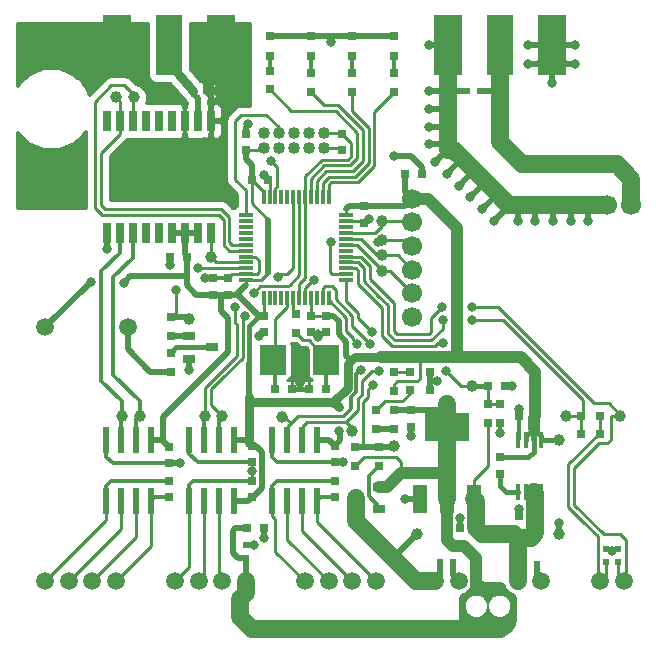
<source format=gtl>
G04 #@! TF.FileFunction,Copper,L1,Top,Signal*
%FSLAX46Y46*%
G04 Gerber Fmt 4.6, Leading zero omitted, Abs format (unit mm)*
G04 Created by KiCad (PCBNEW 0.201505031001+5637~23~ubuntu14.04.1-product) date Mon 29 Jun 2015 01:51:52 BST*
%MOMM*%
G01*
G04 APERTURE LIST*
%ADD10C,0.100000*%
%ADD11R,0.800000X0.700000*%
%ADD12R,0.700000X0.800000*%
%ADD13R,0.800000X0.800000*%
%ADD14R,0.500000X0.600000*%
%ADD15R,0.600000X0.500000*%
%ADD16R,1.300000X2.400000*%
%ADD17R,3.800000X2.400000*%
%ADD18R,0.400000X1.400000*%
%ADD19R,0.600000X2.200000*%
%ADD20C,1.700000*%
%ADD21R,0.700000X1.800000*%
%ADD22R,0.800000X1.800000*%
%ADD23R,0.300000X1.200000*%
%ADD24R,1.200000X0.300000*%
%ADD25C,1.016000*%
%ADD26R,1.000000X0.800000*%
%ADD27C,1.500000*%
%ADD28C,1.000000*%
%ADD29R,2.300000X2.500000*%
%ADD30R,2.286000X5.080000*%
%ADD31R,2.413000X5.080000*%
%ADD32C,0.800000*%
%ADD33C,0.280000*%
%ADD34C,0.300000*%
%ADD35C,0.500000*%
%ADD36C,0.400000*%
%ADD37C,1.500000*%
%ADD38C,0.200000*%
%ADD39C,1.000000*%
%ADD40C,0.800000*%
%ADD41C,0.250000*%
G04 APERTURE END LIST*
D10*
D11*
X92000000Y-159500000D03*
X92000000Y-160900000D03*
X106000000Y-159500000D03*
X106000000Y-160900000D03*
X99000000Y-159500000D03*
X99000000Y-160900000D03*
D12*
X100000000Y-163500000D03*
X98600000Y-163500000D03*
D11*
X92000000Y-158000000D03*
X92000000Y-156600000D03*
X106000000Y-156500000D03*
X106000000Y-157900000D03*
D12*
X123000000Y-162500000D03*
X121600000Y-162500000D03*
X123000000Y-154000000D03*
X121600000Y-154000000D03*
X118000000Y-163500000D03*
X116600000Y-163500000D03*
D11*
X112500000Y-153500000D03*
X112500000Y-154900000D03*
X99000000Y-156500000D03*
X99000000Y-157900000D03*
X120000000Y-157500000D03*
X120000000Y-158900000D03*
D12*
X119000000Y-151500000D03*
X120400000Y-151500000D03*
D11*
X98500000Y-131500000D03*
X98500000Y-130100000D03*
D12*
X112000000Y-133500000D03*
X113400000Y-133500000D03*
D11*
X95750000Y-143750000D03*
X95750000Y-142350000D03*
D12*
X99000000Y-134000000D03*
X100400000Y-134000000D03*
D11*
X100000000Y-145500000D03*
X100000000Y-146900000D03*
X108500000Y-136250000D03*
X108500000Y-137650000D03*
X97000000Y-143750000D03*
X97000000Y-142350000D03*
X105300000Y-145500000D03*
X105300000Y-146900000D03*
X104000000Y-145500000D03*
X104000000Y-146900000D03*
D12*
X93500000Y-140500000D03*
X92100000Y-140500000D03*
D11*
X106600000Y-130100000D03*
X106600000Y-131500000D03*
D12*
X101000000Y-151750000D03*
X102400000Y-151750000D03*
X105250000Y-151750000D03*
X103850000Y-151750000D03*
D13*
X112400000Y-150300000D03*
X114050000Y-150300000D03*
X112400000Y-151800000D03*
X114050000Y-151800000D03*
X111000000Y-123500000D03*
X111000000Y-121850000D03*
X104000000Y-123500000D03*
X104000000Y-121850000D03*
X107500000Y-123500000D03*
X107500000Y-121850000D03*
X100500000Y-123500000D03*
X100500000Y-121850000D03*
D14*
X98500000Y-166000000D03*
X98500000Y-164900000D03*
D15*
X122000000Y-166500000D03*
X123100000Y-166500000D03*
X118300000Y-126500000D03*
X117200000Y-126500000D03*
D14*
X129000000Y-165250000D03*
X129000000Y-166350000D03*
X130000000Y-165250000D03*
X130000000Y-166350000D03*
D16*
X115500000Y-161000000D03*
X113200000Y-161000000D03*
X117800000Y-161000000D03*
D17*
X115500000Y-154900000D03*
D18*
X123500000Y-156000000D03*
X122850000Y-156000000D03*
X122200000Y-156000000D03*
X121550000Y-156000000D03*
X121550000Y-160400000D03*
X122200000Y-160400000D03*
X122850000Y-160400000D03*
X123500000Y-160400000D03*
D19*
X104500000Y-156000000D03*
X103230000Y-156000000D03*
X101960000Y-156000000D03*
X100690000Y-156000000D03*
X100690000Y-161207000D03*
X101960000Y-161207000D03*
X103230000Y-161207000D03*
X104500000Y-161207000D03*
X90500000Y-156000000D03*
X89230000Y-156000000D03*
X87960000Y-156000000D03*
X86690000Y-156000000D03*
X86690000Y-161207000D03*
X87960000Y-161207000D03*
X89230000Y-161207000D03*
X90500000Y-161207000D03*
X97500000Y-156000000D03*
X96230000Y-156000000D03*
X94960000Y-156000000D03*
X93690000Y-156000000D03*
X93690000Y-161207000D03*
X94960000Y-161207000D03*
X96230000Y-161207000D03*
X97500000Y-161207000D03*
D20*
X131100000Y-136100000D03*
X129100000Y-136100000D03*
X112600000Y-135600000D03*
X112600000Y-137600000D03*
X112600000Y-139600000D03*
X112600000Y-141600000D03*
X112600000Y-143600000D03*
X112600000Y-145600000D03*
D21*
X95500000Y-129000000D03*
D22*
X94400000Y-129000000D03*
X93300000Y-129000000D03*
X92200000Y-129000000D03*
X91100000Y-129000000D03*
X90000000Y-129000000D03*
X88900000Y-129000000D03*
X87800000Y-129000000D03*
D21*
X86700000Y-129000000D03*
X95500000Y-138500000D03*
X86700000Y-138500000D03*
D22*
X94400000Y-138500000D03*
X93300000Y-138500000D03*
X92200000Y-138500000D03*
X91100000Y-138500000D03*
X90000000Y-138500000D03*
X88900000Y-138500000D03*
X87800000Y-138500000D03*
D23*
X100000000Y-144000000D03*
X100500000Y-144000000D03*
X101000000Y-144000000D03*
X101500000Y-144000000D03*
X102000000Y-144000000D03*
X102500000Y-144000000D03*
X103000000Y-144000000D03*
X103500000Y-144000000D03*
X104000000Y-144000000D03*
X104500000Y-144000000D03*
X105000000Y-144000000D03*
X105500000Y-144000000D03*
D24*
X107000000Y-142500000D03*
X107000000Y-142000000D03*
X107000000Y-141500000D03*
X107000000Y-141000000D03*
X107000000Y-140500000D03*
X107000000Y-140000000D03*
X107000000Y-139500000D03*
X107000000Y-139000000D03*
X107000000Y-138500000D03*
X107000000Y-138000000D03*
X107000000Y-137500000D03*
X107000000Y-137000000D03*
D23*
X105500000Y-135500000D03*
X105000000Y-135500000D03*
X104500000Y-135500000D03*
X104000000Y-135500000D03*
X103500000Y-135500000D03*
X103000000Y-135500000D03*
X102500000Y-135500000D03*
X102000000Y-135500000D03*
X101500000Y-135500000D03*
X101000000Y-135500000D03*
X100500000Y-135500000D03*
X100000000Y-135500000D03*
D24*
X98500000Y-137000000D03*
X98500000Y-137500000D03*
X98500000Y-138000000D03*
X98500000Y-138500000D03*
X98500000Y-139000000D03*
X98500000Y-139500000D03*
X98500000Y-140000000D03*
X98500000Y-140500000D03*
X98500000Y-141000000D03*
X98500000Y-141500000D03*
X98500000Y-142000000D03*
X98500000Y-142500000D03*
D25*
X100000000Y-131270000D03*
X100000000Y-130000000D03*
X101270000Y-131270000D03*
X101270000Y-130000000D03*
X102540000Y-131270000D03*
X102540000Y-130000000D03*
X103810000Y-131270000D03*
X103810000Y-130000000D03*
X105080000Y-131270000D03*
X105080000Y-130000000D03*
D26*
X109800000Y-161900000D03*
X109800000Y-160000000D03*
X107800000Y-160950000D03*
X93650000Y-147250000D03*
X93650000Y-149150000D03*
X95650000Y-148200000D03*
D13*
X119000000Y-153000000D03*
X119000000Y-154600000D03*
X120000000Y-153000000D03*
X120000000Y-154600000D03*
X107750000Y-158250000D03*
X107750000Y-156650000D03*
X128500000Y-155500000D03*
X126900000Y-155500000D03*
X128500000Y-154000000D03*
X126900000Y-154000000D03*
X92150000Y-150250000D03*
X92150000Y-148650000D03*
X109500000Y-153500000D03*
X109500000Y-155100000D03*
X111000000Y-150250000D03*
X111000000Y-151850000D03*
X111000000Y-153500000D03*
X111000000Y-155100000D03*
X111000000Y-125000000D03*
X111000000Y-126600000D03*
X104000000Y-125000000D03*
X104000000Y-126600000D03*
X107500000Y-125000000D03*
X107500000Y-126600000D03*
X100500000Y-124750000D03*
X100500000Y-126350000D03*
X102700000Y-147000000D03*
X102700000Y-145400000D03*
X92150000Y-147250000D03*
X92150000Y-145650000D03*
D27*
X81500000Y-146500000D03*
X88500000Y-146500000D03*
D28*
X125000000Y-156000000D03*
X115500000Y-153000000D03*
X89500000Y-154000000D03*
X88000000Y-154000000D03*
X120000000Y-164000000D03*
X125000000Y-164000000D03*
X117650000Y-151500000D03*
X95000000Y-154000000D03*
X96500000Y-154000000D03*
X101550000Y-154050000D03*
X107500000Y-155250000D03*
X125600000Y-154000000D03*
X95500000Y-140500000D03*
X87500000Y-127000000D03*
X89000000Y-127000000D03*
X110000000Y-137500000D03*
X110000000Y-139100000D03*
X110000000Y-140400000D03*
X110000000Y-141700000D03*
X130200000Y-154000000D03*
X111000000Y-156500000D03*
X93650000Y-145750000D03*
D29*
X100800000Y-149250000D03*
X105300000Y-149250000D03*
D27*
X98500000Y-168000000D03*
X96500000Y-168000000D03*
X94500000Y-168000000D03*
X92500000Y-168000000D03*
X87500000Y-168000000D03*
X85500000Y-168000000D03*
X83500000Y-168000000D03*
X81500000Y-168000000D03*
X109500000Y-168000000D03*
X107500000Y-168000000D03*
X105500000Y-168000000D03*
X103500000Y-168000000D03*
X116500000Y-168000000D03*
X114500000Y-168000000D03*
X130500000Y-168000000D03*
X128500000Y-168000000D03*
X123500000Y-168000000D03*
X121500000Y-168000000D03*
D15*
X94000000Y-126500000D03*
X95100000Y-126500000D03*
D13*
X109750000Y-158250000D03*
X109750000Y-156650000D03*
D28*
X113000000Y-164000000D03*
D15*
X116000000Y-166400000D03*
X114900000Y-166400000D03*
D30*
X120000000Y-122600000D03*
D31*
X115618500Y-122600000D03*
X124381500Y-122600000D03*
D30*
X92000000Y-122600000D03*
D31*
X87618500Y-122600000D03*
X96381500Y-122600000D03*
D32*
X93650000Y-150100000D03*
X99000000Y-158650000D03*
X95000000Y-142350000D03*
X92100000Y-141200000D03*
X105700000Y-122300000D03*
X124400000Y-125800000D03*
X126400000Y-122600000D03*
X122400000Y-122600000D03*
X100000000Y-133600000D03*
X108900000Y-137300000D03*
X121600000Y-153400000D03*
X121000000Y-151500000D03*
X120000000Y-155400000D03*
X121600000Y-161900000D03*
X125000000Y-163100000D03*
X129500000Y-165450000D03*
X99200000Y-164900000D03*
X100000000Y-164300000D03*
X106700000Y-157900000D03*
X99600000Y-147200000D03*
X104600000Y-147300000D03*
X104300000Y-142500000D03*
X114700000Y-151000000D03*
X112500000Y-155700000D03*
X112000000Y-161000000D03*
X116625000Y-162675000D03*
X92900000Y-158000000D03*
X84000000Y-122000000D03*
X82000000Y-122000000D03*
X80000000Y-122000000D03*
X80000000Y-124000000D03*
X82000000Y-124000000D03*
X84000000Y-124000000D03*
X97000000Y-127000000D03*
X98000000Y-127000000D03*
X92000000Y-127000000D03*
X91000000Y-127000000D03*
X96000000Y-131000000D03*
X94000000Y-131000000D03*
X92000000Y-131000000D03*
X90000000Y-131000000D03*
X88000000Y-132000000D03*
X88000000Y-134000000D03*
X90000000Y-135000000D03*
X92000000Y-135000000D03*
X94000000Y-135000000D03*
X96000000Y-135000000D03*
X96000000Y-133000000D03*
X94000000Y-133000000D03*
X92000000Y-133000000D03*
X90000000Y-133000000D03*
X84000000Y-136000000D03*
X82000000Y-136000000D03*
X80000000Y-136000000D03*
X80000000Y-134000000D03*
X82000000Y-134000000D03*
X84000000Y-134000000D03*
X84000000Y-132000000D03*
X82000000Y-132000000D03*
X80000000Y-132000000D03*
X86700000Y-139900000D03*
X85600000Y-122600000D03*
X114000000Y-122600000D03*
X114000000Y-126500000D03*
X114000000Y-128000000D03*
X114000000Y-129500000D03*
X114000000Y-131000000D03*
X114500000Y-132500000D03*
X115500000Y-133500000D03*
X116500000Y-134500000D03*
X117500000Y-135500000D03*
X118500000Y-136500000D03*
X119500000Y-137500000D03*
X121500000Y-137500000D03*
X123000000Y-137500000D03*
X124500000Y-137500000D03*
X126000000Y-137500000D03*
X127500000Y-137500000D03*
X111000000Y-132000000D03*
X98700000Y-129300000D03*
X89750000Y-123000000D03*
X89800000Y-121600000D03*
X94250000Y-121750000D03*
X94250000Y-123000000D03*
X94250000Y-124250000D03*
X90000000Y-126000000D03*
X89800000Y-124600000D03*
X96000000Y-126500000D03*
X103000000Y-148400000D03*
X103100000Y-151200000D03*
X122400000Y-124200000D03*
X126400000Y-124200000D03*
X98600000Y-125000000D03*
X98500000Y-123000000D03*
X85350000Y-142650000D03*
X88150000Y-142700000D03*
X106350000Y-155300000D03*
X106350000Y-153250000D03*
X115200000Y-147800000D03*
X115400000Y-150200000D03*
X115100000Y-144800000D03*
X117600000Y-144800000D03*
X109200000Y-146900000D03*
X109800000Y-150150000D03*
X108200000Y-150100000D03*
X107900000Y-147900000D03*
X101200000Y-142200000D03*
X98400000Y-145550000D03*
X99150000Y-143550000D03*
X97600000Y-144800000D03*
X109700000Y-139300000D03*
X105700000Y-139300000D03*
X117600000Y-145900000D03*
X115200000Y-145900000D03*
X109000000Y-147900000D03*
X109250000Y-151350000D03*
X100600000Y-132400000D03*
X92600000Y-143300000D03*
X94400000Y-141500000D03*
D33*
X86690000Y-161207000D02*
X86690000Y-162810000D01*
X86690000Y-162810000D02*
X81500000Y-168000000D01*
D34*
X87100000Y-159500000D02*
X86690000Y-159910000D01*
X86690000Y-159910000D02*
X86690000Y-161207000D01*
X92000000Y-159500000D02*
X87100000Y-159500000D01*
D33*
X90500000Y-161207000D02*
X90500000Y-165000000D01*
X90500000Y-165000000D02*
X87500000Y-168000000D01*
D34*
X90807000Y-160900000D02*
X90500000Y-161207000D01*
X92000000Y-160900000D02*
X90807000Y-160900000D01*
D33*
X100690000Y-161207000D02*
X100690000Y-162440000D01*
X101000000Y-165500000D02*
X103500000Y-168000000D01*
X101000000Y-162750000D02*
X101000000Y-165500000D01*
X100690000Y-162440000D02*
X101000000Y-162750000D01*
D34*
X101100000Y-159500000D02*
X100690000Y-159910000D01*
X100690000Y-159910000D02*
X100690000Y-161207000D01*
X106000000Y-159500000D02*
X101100000Y-159500000D01*
D33*
X104500000Y-161207000D02*
X104500000Y-163000000D01*
X104500000Y-163000000D02*
X109500000Y-168000000D01*
D34*
X104807000Y-160900000D02*
X104500000Y-161207000D01*
X106000000Y-160900000D02*
X104807000Y-160900000D01*
X109400000Y-167900000D02*
X109500000Y-168000000D01*
D33*
X93690000Y-161207000D02*
X93690000Y-166810000D01*
X93690000Y-166810000D02*
X92500000Y-168000000D01*
D35*
X93650000Y-149150000D02*
X93650000Y-150100000D01*
D33*
X99000000Y-157900000D02*
X99000000Y-158650000D01*
X99000000Y-158650000D02*
X99000000Y-159500000D01*
X98500000Y-140500000D02*
X99300000Y-140500000D01*
X99400000Y-142000000D02*
X99600000Y-141800000D01*
X99600000Y-141800000D02*
X99600000Y-141000000D01*
X99400000Y-142000000D02*
X98500000Y-142000000D01*
X99600000Y-140800000D02*
X99600000Y-141000000D01*
X99300000Y-140500000D02*
X99600000Y-140800000D01*
D36*
X95750000Y-142350000D02*
X95000000Y-142350000D01*
D34*
X94000000Y-159500000D02*
X93690000Y-159810000D01*
X99000000Y-159500000D02*
X94000000Y-159500000D01*
X93690000Y-159810000D02*
X93690000Y-161207000D01*
X87250000Y-158000000D02*
X86690000Y-157440000D01*
X86690000Y-157440000D02*
X86690000Y-156000000D01*
X92000000Y-158000000D02*
X87250000Y-158000000D01*
X94400000Y-157900000D02*
X93690000Y-157190000D01*
X93690000Y-157190000D02*
X93690000Y-156000000D01*
X99000000Y-157900000D02*
X94400000Y-157900000D01*
X101150000Y-157900000D02*
X100690000Y-157440000D01*
X100690000Y-157440000D02*
X100690000Y-156000000D01*
X106000000Y-157900000D02*
X101150000Y-157900000D01*
X103100000Y-151750000D02*
X103850000Y-151750000D01*
X102400000Y-151750000D02*
X103100000Y-151750000D01*
X97000000Y-142350000D02*
X95750000Y-142350000D01*
X129500000Y-165250000D02*
X130000000Y-165250000D01*
X129000000Y-165250000D02*
X129500000Y-165250000D01*
D33*
X104600000Y-146900000D02*
X105300000Y-146900000D01*
X104000000Y-146900000D02*
X104600000Y-146900000D01*
X97350000Y-142000000D02*
X97000000Y-142350000D01*
X98500000Y-142000000D02*
X97350000Y-142000000D01*
D35*
X95500000Y-126900000D02*
X95100000Y-126500000D01*
X95500000Y-129000000D02*
X95500000Y-127000000D01*
D33*
X95500000Y-127000000D02*
X95500000Y-126900000D01*
D35*
X95500000Y-126200000D02*
X95500000Y-123481500D01*
X95500000Y-127000000D02*
X95500000Y-126200000D01*
D33*
X95500000Y-123481500D02*
X96381500Y-122600000D01*
D35*
X95200000Y-126500000D02*
X95500000Y-126200000D01*
X95100000Y-126500000D02*
X95200000Y-126500000D01*
D33*
X106370000Y-131270000D02*
X106600000Y-131500000D01*
X105080000Y-131270000D02*
X106370000Y-131270000D01*
X100500000Y-134100000D02*
X100400000Y-134000000D01*
X100500000Y-135500000D02*
X100500000Y-134100000D01*
X108350000Y-137500000D02*
X108500000Y-137650000D01*
X107000000Y-137500000D02*
X108350000Y-137500000D01*
D37*
X116800000Y-132200000D02*
X115618500Y-131018500D01*
X117800000Y-133200000D02*
X116800000Y-132200000D01*
X118800000Y-134200000D02*
X117800000Y-133200000D01*
X119800000Y-135200000D02*
X118800000Y-134200000D01*
X120700000Y-136100000D02*
X119800000Y-135200000D01*
X115618500Y-126500000D02*
X115618500Y-122600000D01*
X115618500Y-128000000D02*
X115618500Y-126500000D01*
X115618500Y-129500000D02*
X115618500Y-128000000D01*
X115618500Y-131000000D02*
X115618500Y-129500000D01*
X115618500Y-131450000D02*
X115618500Y-131000000D01*
X115618500Y-131018500D02*
X115618500Y-131450000D01*
X121500000Y-136100000D02*
X120700000Y-136100000D01*
X123000000Y-136100000D02*
X121500000Y-136100000D01*
X124500000Y-136100000D02*
X123000000Y-136100000D01*
X126000000Y-136100000D02*
X124500000Y-136100000D01*
X127500000Y-136100000D02*
X126000000Y-136100000D01*
X129100000Y-136100000D02*
X127500000Y-136100000D01*
D35*
X116000000Y-126500000D02*
X115618500Y-126500000D01*
X115618500Y-126500000D02*
X116000000Y-126500000D01*
X117200000Y-126500000D02*
X115618500Y-126500000D01*
X116000000Y-167500000D02*
X116500000Y-168000000D01*
X116000000Y-166400000D02*
X116000000Y-167500000D01*
X123100000Y-167600000D02*
X123500000Y-168000000D01*
X123100000Y-166500000D02*
X123100000Y-167600000D01*
X114050000Y-151000000D02*
X114050000Y-151800000D01*
X114050000Y-150300000D02*
X114050000Y-151000000D01*
X92100000Y-140500000D02*
X92100000Y-141200000D01*
X100500000Y-121850000D02*
X104000000Y-121850000D01*
X105700000Y-121850000D02*
X107500000Y-121850000D01*
X104000000Y-121850000D02*
X105700000Y-121850000D01*
X107500000Y-121850000D02*
X111000000Y-121850000D01*
X105700000Y-121850000D02*
X105700000Y-122300000D01*
X124381500Y-125781500D02*
X124400000Y-125800000D01*
X124381500Y-122600000D02*
X124381500Y-125781500D01*
X124381500Y-122600000D02*
X126400000Y-122600000D01*
X124381500Y-122600000D02*
X122400000Y-122600000D01*
X100400000Y-134000000D02*
X100000000Y-133600000D01*
X108550000Y-137650000D02*
X108900000Y-137300000D01*
X108500000Y-137650000D02*
X108550000Y-137650000D01*
D34*
X121600000Y-155950000D02*
X121550000Y-156000000D01*
X121600000Y-154000000D02*
X121600000Y-155950000D01*
X121600000Y-154000000D02*
X121600000Y-153400000D01*
X120400000Y-151500000D02*
X121000000Y-151500000D01*
X120000000Y-154600000D02*
X120000000Y-155400000D01*
D35*
X121600000Y-162500000D02*
X121600000Y-161900000D01*
X125000000Y-164000000D02*
X125000000Y-163100000D01*
X129500000Y-165250000D02*
X129500000Y-165450000D01*
X98500000Y-164900000D02*
X99200000Y-164900000D01*
X100000000Y-163500000D02*
X100000000Y-164300000D01*
X106000000Y-157900000D02*
X106700000Y-157900000D01*
X99900000Y-146900000D02*
X99600000Y-147200000D01*
X100000000Y-146900000D02*
X99900000Y-146900000D01*
X104600000Y-146900000D02*
X104600000Y-147300000D01*
D33*
X103500000Y-143200000D02*
X104200000Y-142500000D01*
X104200000Y-142500000D02*
X104300000Y-142500000D01*
X103500000Y-144000000D02*
X103500000Y-143200000D01*
D35*
X114050000Y-151000000D02*
X114700000Y-151000000D01*
X112500000Y-154900000D02*
X112500000Y-155700000D01*
X113200000Y-161000000D02*
X112000000Y-161000000D01*
X116600000Y-162700000D02*
X116625000Y-162675000D01*
X116600000Y-163500000D02*
X116600000Y-162700000D01*
X92000000Y-158000000D02*
X92900000Y-158000000D01*
D38*
X84000000Y-122000000D02*
X82000000Y-122000000D01*
X80000000Y-122000000D02*
X80000000Y-124000000D01*
X82000000Y-124000000D02*
X84000000Y-124000000D01*
X97000000Y-127000000D02*
X98000000Y-127000000D01*
X91000000Y-127000000D02*
X92000000Y-127000000D01*
X95500000Y-130500000D02*
X96000000Y-131000000D01*
X94000000Y-131000000D02*
X92000000Y-131000000D01*
X90000000Y-131000000D02*
X89000000Y-132000000D01*
X89000000Y-132000000D02*
X88000000Y-132000000D01*
X88000000Y-134000000D02*
X89000000Y-135000000D01*
X89000000Y-135000000D02*
X90000000Y-135000000D01*
X92000000Y-135000000D02*
X94000000Y-135000000D01*
X96000000Y-135000000D02*
X96000000Y-133000000D01*
X94000000Y-133000000D02*
X92000000Y-133000000D01*
X95500000Y-129000000D02*
X95500000Y-130500000D01*
X84000000Y-136000000D02*
X82000000Y-136000000D01*
X80000000Y-136000000D02*
X80000000Y-134000000D01*
X82000000Y-134000000D02*
X84000000Y-134000000D01*
X84000000Y-132000000D02*
X82000000Y-132000000D01*
D35*
X86700000Y-138500000D02*
X86700000Y-139900000D01*
D38*
X87618500Y-122600000D02*
X85600000Y-122600000D01*
D35*
X115618500Y-122600000D02*
X114000000Y-122600000D01*
X115618500Y-126500000D02*
X114000000Y-126500000D01*
X115618500Y-128000000D02*
X114000000Y-128000000D01*
X115618500Y-129500000D02*
X114000000Y-129500000D01*
X115618500Y-131000000D02*
X114000000Y-131000000D01*
X115550000Y-131450000D02*
X114500000Y-132500000D01*
X115618500Y-131450000D02*
X115550000Y-131450000D01*
X116800000Y-132200000D02*
X115500000Y-133500000D01*
X117800000Y-133200000D02*
X116500000Y-134500000D01*
X118800000Y-134200000D02*
X117500000Y-135500000D01*
X119800000Y-135200000D02*
X118500000Y-136500000D01*
X120700000Y-136300000D02*
X119500000Y-137500000D01*
X120700000Y-136100000D02*
X120700000Y-136300000D01*
X121500000Y-136100000D02*
X121500000Y-137500000D01*
X123000000Y-136100000D02*
X123000000Y-137500000D01*
X124500000Y-136100000D02*
X124500000Y-137500000D01*
X126000000Y-136100000D02*
X126000000Y-137500000D01*
X127500000Y-136100000D02*
X127500000Y-137500000D01*
X113400000Y-132900000D02*
X112500000Y-132000000D01*
X112500000Y-132000000D02*
X111000000Y-132000000D01*
X113400000Y-133500000D02*
X113400000Y-132900000D01*
X98500000Y-129500000D02*
X98700000Y-129300000D01*
X98500000Y-130100000D02*
X98500000Y-129500000D01*
X87618500Y-122600000D02*
X89750000Y-123000000D01*
X88500000Y-122600000D02*
X89800000Y-121600000D01*
X87618500Y-122600000D02*
X88500000Y-122600000D01*
X95500000Y-122600000D02*
X94250000Y-121750000D01*
X96381500Y-122600000D02*
X94250000Y-123000000D01*
X95500000Y-122600000D02*
X94250000Y-124250000D01*
X96381500Y-122600000D02*
X95500000Y-122600000D01*
X89750000Y-125750000D02*
X90000000Y-126000000D01*
X88500000Y-122600000D02*
X89800000Y-124600000D01*
X89800000Y-124600000D02*
X89750000Y-125750000D01*
X96381500Y-126118500D02*
X96000000Y-126500000D01*
X96381500Y-122600000D02*
X96381500Y-126118500D01*
X124381500Y-122600000D02*
X124381500Y-123218500D01*
X124381500Y-122600000D02*
X124381500Y-123231500D01*
D33*
X103100000Y-148500000D02*
X103000000Y-148400000D01*
D35*
X103100000Y-151750000D02*
X103100000Y-151200000D01*
D33*
X103100000Y-151200000D02*
X103100000Y-148500000D01*
D35*
X123200000Y-124200000D02*
X122400000Y-124200000D01*
X124381500Y-123018500D02*
X123200000Y-124200000D01*
X124381500Y-122600000D02*
X124381500Y-123018500D01*
X125600000Y-124200000D02*
X126400000Y-124200000D01*
X124381500Y-122981500D02*
X125600000Y-124200000D01*
X124381500Y-122600000D02*
X124381500Y-122981500D01*
X98500000Y-124900000D02*
X98600000Y-125000000D01*
D38*
X96381500Y-122600000D02*
X98500000Y-123000000D01*
D35*
X98500000Y-123000000D02*
X98500000Y-124900000D01*
D33*
X111000000Y-151850000D02*
X111000000Y-151350000D01*
X113200000Y-150850000D02*
X113200000Y-149000000D01*
X113000000Y-151050000D02*
X113200000Y-150850000D01*
X111300000Y-151050000D02*
X113000000Y-151050000D01*
X111000000Y-151350000D02*
X111300000Y-151050000D01*
D35*
X96400000Y-143750000D02*
X96400000Y-145100000D01*
X91500000Y-154050000D02*
X91500000Y-156100000D01*
X97000000Y-148550000D02*
X91500000Y-154050000D01*
X97000000Y-145700000D02*
X97000000Y-148550000D01*
X96400000Y-145100000D02*
X97000000Y-145700000D01*
X99000000Y-160900000D02*
X99100000Y-160900000D01*
X99100000Y-160900000D02*
X99900000Y-160100000D01*
X99900000Y-157050000D02*
X99350000Y-156500000D01*
X99900000Y-160100000D02*
X99900000Y-157050000D01*
X99350000Y-156500000D02*
X99000000Y-156500000D01*
D39*
X112600000Y-135600000D02*
X113900000Y-135600000D01*
X116400000Y-138100000D02*
X116400000Y-149000000D01*
X113900000Y-135600000D02*
X116400000Y-138100000D01*
X116400000Y-149000000D02*
X121750000Y-149000000D01*
X123000000Y-150250000D02*
X123000000Y-154000000D01*
X121750000Y-149000000D02*
X123000000Y-150250000D01*
D35*
X112600000Y-135600000D02*
X113200000Y-135600000D01*
D36*
X98750000Y-147950000D02*
X98750000Y-149500000D01*
D35*
X98750000Y-149500000D02*
X98750000Y-152400000D01*
D36*
X98750000Y-146350000D02*
X98750000Y-147950000D01*
X99600000Y-145500000D02*
X98750000Y-146350000D01*
X98750000Y-147950000D02*
X98750000Y-148000000D01*
D35*
X93500000Y-142150000D02*
X88700000Y-142150000D01*
X85350000Y-142650000D02*
X81500000Y-146500000D01*
X88700000Y-142150000D02*
X88150000Y-142700000D01*
X97000000Y-143750000D02*
X97850000Y-143750000D01*
X97850000Y-143750000D02*
X99600000Y-145500000D01*
X99600000Y-145500000D02*
X100000000Y-145500000D01*
X93500000Y-140500000D02*
X93500000Y-142150000D01*
X93500000Y-142150000D02*
X93500000Y-142950000D01*
X94300000Y-143750000D02*
X95750000Y-143750000D01*
X93500000Y-142950000D02*
X94300000Y-143750000D01*
D36*
X100000000Y-145500000D02*
X99600000Y-145500000D01*
D40*
X98750000Y-152800000D02*
X98750000Y-153050000D01*
X98750000Y-152400000D02*
X98750000Y-152800000D01*
X98750000Y-153050000D02*
X98750000Y-156250000D01*
D35*
X98750000Y-156250000D02*
X99000000Y-156500000D01*
X99000000Y-132750000D02*
X99000000Y-134000000D01*
X98975000Y-132725000D02*
X99000000Y-132750000D01*
X98500000Y-131500000D02*
X98500000Y-132250000D01*
X98500000Y-132250000D02*
X98725000Y-132475000D01*
X98725000Y-132475000D02*
X98975000Y-132725000D01*
X108500000Y-136250000D02*
X111950000Y-136250000D01*
X111950000Y-136250000D02*
X112600000Y-135600000D01*
X112850000Y-135600000D02*
X112600000Y-135600000D01*
X98693000Y-161207000D02*
X99000000Y-160900000D01*
X97500000Y-161207000D02*
X98693000Y-161207000D01*
X91400000Y-156000000D02*
X91500000Y-156100000D01*
X90500000Y-156000000D02*
X91400000Y-156000000D01*
X91500000Y-156100000D02*
X92000000Y-156600000D01*
X98500000Y-156000000D02*
X99000000Y-156500000D01*
X97500000Y-156000000D02*
X98500000Y-156000000D01*
X112000000Y-135000000D02*
X112600000Y-135600000D01*
X112000000Y-133500000D02*
X112000000Y-135000000D01*
D33*
X100000000Y-144000000D02*
X100000000Y-145500000D01*
X104000000Y-144000000D02*
X104000000Y-145500000D01*
X104000000Y-145500000D02*
X105300000Y-145500000D01*
D35*
X95750000Y-143750000D02*
X96400000Y-143750000D01*
X96400000Y-143750000D02*
X97000000Y-143750000D01*
X97650000Y-143750000D02*
X98500000Y-142900000D01*
D33*
X97000000Y-143750000D02*
X97650000Y-143750000D01*
X98500000Y-142900000D02*
X98500000Y-142500000D01*
X99770000Y-131500000D02*
X100000000Y-131270000D01*
X98500000Y-131500000D02*
X99770000Y-131500000D01*
X99000000Y-135000000D02*
X99000000Y-134000000D01*
X99000000Y-135200000D02*
X99000000Y-135000000D01*
D35*
X107000000Y-136500000D02*
X107250000Y-136250000D01*
X107250000Y-136250000D02*
X108500000Y-136250000D01*
D33*
X107000000Y-137000000D02*
X107000000Y-136500000D01*
D35*
X92200000Y-138500000D02*
X93300000Y-138500000D01*
X93300000Y-138500000D02*
X94400000Y-138500000D01*
X93300000Y-140300000D02*
X93500000Y-140500000D01*
X93300000Y-138500000D02*
X93300000Y-140300000D01*
X122850000Y-154150000D02*
X123000000Y-154000000D01*
D39*
X122850000Y-155050000D02*
X122850000Y-154150000D01*
D35*
X122850000Y-156000000D02*
X122850000Y-155050000D01*
D36*
X123500000Y-156000000D02*
X125000000Y-156000000D01*
X123500000Y-155700000D02*
X122850000Y-155050000D01*
X123500000Y-156000000D02*
X123500000Y-155700000D01*
X122200000Y-155700000D02*
X122850000Y-155050000D01*
X122200000Y-156000000D02*
X122200000Y-155700000D01*
X122400000Y-157500000D02*
X122850000Y-157050000D01*
X122850000Y-157050000D02*
X122850000Y-156000000D01*
X120000000Y-157500000D02*
X122400000Y-157500000D01*
D35*
X105500000Y-156000000D02*
X106000000Y-156500000D01*
X104500000Y-156000000D02*
X105500000Y-156000000D01*
X106450000Y-156050000D02*
X106450000Y-155400000D01*
X106450000Y-155400000D02*
X106350000Y-155300000D01*
X106000000Y-156500000D02*
X106450000Y-156050000D01*
D40*
X105900000Y-152800000D02*
X106350000Y-153250000D01*
X98750000Y-152800000D02*
X105900000Y-152800000D01*
D33*
X99500000Y-142500000D02*
X99578826Y-142500000D01*
X98500000Y-142500000D02*
X99500000Y-142500000D01*
X100000000Y-135000000D02*
X99000000Y-134000000D01*
X100000000Y-135500000D02*
X100000000Y-135000000D01*
X99800000Y-142500000D02*
X99500000Y-142500000D01*
D35*
X100400000Y-141678826D02*
X100400000Y-141900000D01*
D33*
X99000000Y-136000000D02*
X99000000Y-135500000D01*
X99000000Y-135000000D02*
X99000000Y-135500000D01*
X100400000Y-137400000D02*
X99000000Y-136000000D01*
D35*
X100400000Y-141678826D02*
X100400000Y-137400000D01*
D33*
X99800000Y-142500000D02*
X100400000Y-141900000D01*
D40*
X107100000Y-149600000D02*
X107100000Y-151600000D01*
X107400000Y-149300000D02*
X107100000Y-149600000D01*
X107100000Y-151600000D02*
X105900000Y-152800000D01*
D39*
X110250000Y-149000000D02*
X109900000Y-149000000D01*
X116400000Y-149000000D02*
X113200000Y-149000000D01*
X113200000Y-149000000D02*
X110250000Y-149000000D01*
D40*
X107700000Y-149000000D02*
X107400000Y-149300000D01*
X109400000Y-149000000D02*
X107700000Y-149000000D01*
X109900000Y-149000000D02*
X109400000Y-149000000D01*
D35*
X105900000Y-145500000D02*
X106400000Y-146000000D01*
X106400000Y-146000000D02*
X106400000Y-147100000D01*
X106400000Y-147100000D02*
X107000000Y-147700000D01*
X107000000Y-147700000D02*
X107000000Y-148900000D01*
X107000000Y-148900000D02*
X107400000Y-149300000D01*
X105300000Y-145500000D02*
X105900000Y-145500000D01*
D33*
X110250000Y-149250000D02*
X110250000Y-149000000D01*
X110250000Y-149000000D02*
X110250000Y-149250000D01*
D37*
X115500000Y-158800000D02*
X115500000Y-154900000D01*
X115500000Y-161000000D02*
X115500000Y-158800000D01*
X115500000Y-153000000D02*
X115500000Y-154900000D01*
D35*
X98500000Y-166000000D02*
X98500000Y-168000000D01*
X115000000Y-153500000D02*
X115500000Y-153000000D01*
X112500000Y-153500000D02*
X115000000Y-153500000D01*
D39*
X110400000Y-160000000D02*
X111600000Y-158800000D01*
X111600000Y-158800000D02*
X115500000Y-158800000D01*
X109800000Y-160000000D02*
X110400000Y-160000000D01*
D33*
X108500000Y-157500000D02*
X109900000Y-157500000D01*
X109900000Y-157500000D02*
X111200000Y-157500000D01*
X111200000Y-157500000D02*
X111600000Y-157900000D01*
X111600000Y-157900000D02*
X111600000Y-158800000D01*
X107750000Y-158250000D02*
X108500000Y-157500000D01*
D35*
X97600000Y-163500000D02*
X97400000Y-163700000D01*
X97400000Y-163700000D02*
X97400000Y-165600000D01*
X97400000Y-165600000D02*
X97800000Y-166000000D01*
X97800000Y-166000000D02*
X98500000Y-166000000D01*
X98600000Y-163500000D02*
X97600000Y-163500000D01*
D39*
X118000000Y-168500000D02*
X118500000Y-168500000D01*
X115500000Y-164500000D02*
X116000000Y-165000000D01*
X116000000Y-165000000D02*
X117000000Y-165000000D01*
X117000000Y-165000000D02*
X118000000Y-166000000D01*
X118000000Y-166000000D02*
X118000000Y-168500000D01*
X115500000Y-164500000D02*
X115500000Y-161000000D01*
X118500000Y-168500000D02*
X119000000Y-169000000D01*
D37*
X98500000Y-169000000D02*
X98000000Y-169500000D01*
X98000000Y-169500000D02*
X98000000Y-171000000D01*
X98000000Y-171000000D02*
X99000000Y-172000000D01*
X99000000Y-172000000D02*
X107500000Y-172000000D01*
X98500000Y-169000000D02*
X98500000Y-168000000D01*
X118750000Y-172000000D02*
X107500000Y-172000000D01*
X120000000Y-172000000D02*
X118750000Y-172000000D01*
D34*
X117750000Y-168500000D02*
X117000000Y-169250000D01*
X117000000Y-169250000D02*
X117000000Y-170750000D01*
X117000000Y-170750000D02*
X117000000Y-171000000D01*
X117000000Y-171000000D02*
X118000000Y-172000000D01*
X118000000Y-172000000D02*
X118750000Y-172000000D01*
X118000000Y-168500000D02*
X117750000Y-168500000D01*
D35*
X111000000Y-153500000D02*
X112500000Y-153500000D01*
D37*
X122600000Y-164300000D02*
X123000000Y-163900000D01*
X123000000Y-163900000D02*
X123000000Y-162500000D01*
X121500000Y-168000000D02*
X121500000Y-164300000D01*
X121500000Y-164300000D02*
X122600000Y-164300000D01*
X123000000Y-161750000D02*
X123000000Y-160550000D01*
X123000000Y-162500000D02*
X123000000Y-161750000D01*
X123000000Y-160550000D02*
X122850000Y-160400000D01*
D35*
X121200000Y-164000000D02*
X121500000Y-164300000D01*
D37*
X120000000Y-164000000D02*
X121200000Y-164000000D01*
D33*
X119000000Y-158200000D02*
X117800000Y-159400000D01*
X117800000Y-159400000D02*
X117800000Y-161000000D01*
X119000000Y-154600000D02*
X119000000Y-158200000D01*
D35*
X122000000Y-167500000D02*
X121500000Y-168000000D01*
X122000000Y-166500000D02*
X122000000Y-167500000D01*
D37*
X118500000Y-164000000D02*
X118000000Y-163500000D01*
X120000000Y-164000000D02*
X118500000Y-164000000D01*
X118000000Y-161200000D02*
X117800000Y-161000000D01*
X118000000Y-163500000D02*
X118000000Y-161200000D01*
D34*
X122200000Y-160950000D02*
X123000000Y-161750000D01*
X122200000Y-160400000D02*
X122200000Y-160950000D01*
X123500000Y-161250000D02*
X123000000Y-161750000D01*
X123500000Y-160400000D02*
X123500000Y-161250000D01*
D36*
X120500000Y-160400000D02*
X120000000Y-159900000D01*
X120000000Y-159900000D02*
X120000000Y-158900000D01*
X121550000Y-160400000D02*
X120500000Y-160400000D01*
X117650000Y-151500000D02*
X119000000Y-151500000D01*
D33*
X119000000Y-151500000D02*
X119000000Y-153000000D01*
X119000000Y-153000000D02*
X120000000Y-153000000D01*
X114759998Y-147800000D02*
X114479996Y-148080002D01*
X114479996Y-148080002D02*
X110880002Y-148080002D01*
X110880002Y-148080002D02*
X110039996Y-147239996D01*
X110039996Y-147239996D02*
X110039996Y-144839996D01*
X110039996Y-144839996D02*
X109339996Y-144139996D01*
X115400000Y-150200000D02*
X116700000Y-151500000D01*
X116700000Y-151500000D02*
X117650000Y-151500000D01*
X108000000Y-142800000D02*
X109339996Y-144139996D01*
X107000000Y-141500000D02*
X107800000Y-141500000D01*
X107800000Y-141500000D02*
X108000000Y-141700000D01*
X108000000Y-141700000D02*
X108000000Y-142800000D01*
X115200000Y-147800000D02*
X114759998Y-147800000D01*
X106500000Y-130000000D02*
X106600000Y-130100000D01*
X105080000Y-130000000D02*
X106500000Y-130000000D01*
X103500000Y-142300000D02*
X103480002Y-142319998D01*
X103000000Y-142800000D02*
X103480002Y-142319998D01*
X103000000Y-142800000D02*
X103000000Y-144000000D01*
X103500000Y-135500000D02*
X103500000Y-142300000D01*
X103500000Y-133700000D02*
X104900000Y-132300000D01*
X107400000Y-130900000D02*
X106600000Y-130100000D01*
X107400000Y-132000000D02*
X107400000Y-130900000D01*
X107100000Y-132300000D02*
X107400000Y-132000000D01*
X104900000Y-132300000D02*
X107100000Y-132300000D01*
X103500000Y-135500000D02*
X103500000Y-133700000D01*
D34*
X101000000Y-151750000D02*
X101000000Y-149250000D01*
D33*
X102000000Y-144800000D02*
X101000000Y-145800000D01*
X101000000Y-145800000D02*
X101000000Y-149250000D01*
X102000000Y-144000000D02*
X102000000Y-144800000D01*
D34*
X105250000Y-149400000D02*
X105100000Y-149250000D01*
X105250000Y-151750000D02*
X105250000Y-149400000D01*
D33*
X103800000Y-147600000D02*
X103300000Y-147600000D01*
X103300000Y-147600000D02*
X102700000Y-147000000D01*
X105100000Y-148900000D02*
X103800000Y-147600000D01*
X105100000Y-149250000D02*
X105100000Y-148900000D01*
X112350000Y-150250000D02*
X112400000Y-150300000D01*
X111000000Y-150250000D02*
X112350000Y-150250000D01*
X112400000Y-152100000D02*
X112400000Y-151800000D01*
X110250000Y-152750000D02*
X111750000Y-152750000D01*
X111750000Y-152750000D02*
X112400000Y-152100000D01*
X109500000Y-153500000D02*
X110250000Y-152750000D01*
D34*
X111000000Y-123500000D02*
X111000000Y-125000000D01*
X104000000Y-123500000D02*
X104000000Y-125000000D01*
X107500000Y-123500000D02*
X107500000Y-125000000D01*
X100500000Y-123500000D02*
X100500000Y-124750000D01*
D37*
X131100000Y-133900000D02*
X129900000Y-132700000D01*
X129900000Y-132700000D02*
X121900000Y-132700000D01*
X121900000Y-132700000D02*
X120000000Y-130800000D01*
X120000000Y-126600000D02*
X120000000Y-122600000D01*
X120000000Y-130800000D02*
X120000000Y-126600000D01*
X131100000Y-136100000D02*
X131100000Y-133900000D01*
D35*
X120000000Y-126500000D02*
X119900000Y-126600000D01*
X119900000Y-126600000D02*
X119800000Y-126600000D01*
X119800000Y-126600000D02*
X120000000Y-126600000D01*
X118300000Y-126500000D02*
X120000000Y-126500000D01*
D33*
X129000000Y-166350000D02*
X129000000Y-167500000D01*
X129000000Y-167500000D02*
X128500000Y-168000000D01*
X128310587Y-167810587D02*
X128310587Y-164189413D01*
X127060587Y-162939413D02*
X128310587Y-164189413D01*
X125800000Y-158100000D02*
X125800000Y-161678826D01*
X125800000Y-161678826D02*
X127060587Y-162939413D01*
X125800000Y-158100000D02*
X128400000Y-155500000D01*
X128310587Y-167810587D02*
X128500000Y-168000000D01*
X128500000Y-155500000D02*
X128500000Y-154000000D01*
X128500000Y-155500000D02*
X128400000Y-155500000D01*
X130000000Y-166350000D02*
X130000000Y-167500000D01*
X130000000Y-167500000D02*
X130500000Y-168000000D01*
X130700000Y-167800000D02*
X130700000Y-164500000D01*
X128800000Y-164000000D02*
X130200000Y-164000000D01*
X129400000Y-154000000D02*
X129400000Y-156000000D01*
X129400000Y-156000000D02*
X129100000Y-156300000D01*
X129100000Y-156300000D02*
X128400000Y-156300000D01*
X126300000Y-158400000D02*
X128400000Y-156300000D01*
X126300000Y-161500000D02*
X126300000Y-158400000D01*
X128800000Y-164000000D02*
X126300000Y-161500000D01*
X130200000Y-164000000D02*
X130700000Y-164500000D01*
X129400000Y-154000000D02*
X130200000Y-154000000D01*
X130700000Y-167800000D02*
X130500000Y-168000000D01*
X130200000Y-154000000D02*
X130200000Y-153900000D01*
X111000000Y-144400000D02*
X111000000Y-146800000D01*
X111000000Y-146800000D02*
X111300000Y-147100000D01*
X111300000Y-147100000D02*
X114000000Y-147100000D01*
X129200000Y-152900000D02*
X127978826Y-152900000D01*
X127978826Y-152900000D02*
X119878826Y-144800000D01*
X119878826Y-144800000D02*
X117600000Y-144800000D01*
X114000000Y-147100000D02*
X114200000Y-146900000D01*
X114200000Y-146900000D02*
X114200000Y-145700000D01*
X114200000Y-145700000D02*
X115100000Y-144800000D01*
X108200000Y-140500000D02*
X107000000Y-140500000D01*
X108200000Y-140500000D02*
X109000000Y-141300000D01*
X109000000Y-142400000D02*
X109000000Y-141300000D01*
X109000000Y-142400000D02*
X110300000Y-143700000D01*
X130200000Y-153900000D02*
X129200000Y-152900000D01*
X110300000Y-143700000D02*
X111000000Y-144400000D01*
X108000000Y-145700000D02*
X108600000Y-146300000D01*
X107000000Y-142500000D02*
X107000000Y-144300000D01*
X107000000Y-144300000D02*
X108000000Y-145300000D01*
X108600000Y-146300000D02*
X109200000Y-146900000D01*
X108000000Y-145300000D02*
X108000000Y-145700000D01*
X107950000Y-153500000D02*
X106950000Y-154500000D01*
X107950000Y-152542968D02*
X107950000Y-153500000D01*
X108350000Y-152142968D02*
X107950000Y-152542968D01*
X108350000Y-151050000D02*
X108350000Y-152142968D01*
X109200000Y-150200000D02*
X108350000Y-151050000D01*
X109750000Y-150200000D02*
X109200000Y-150200000D01*
X109800000Y-150150000D02*
X109750000Y-150200000D01*
X107500000Y-155250000D02*
X107500000Y-155050000D01*
X107500000Y-155050000D02*
X106950000Y-154500000D01*
X103230000Y-156000000D02*
X103230000Y-154970000D01*
X103230000Y-154970000D02*
X103700000Y-154500000D01*
X103700000Y-154500000D02*
X106950000Y-154500000D01*
X101550000Y-154050000D02*
X101750000Y-154050000D01*
X101750000Y-154050000D02*
X102300000Y-154600000D01*
X101960000Y-156000000D02*
X101960000Y-154940000D01*
X101960000Y-154940000D02*
X102300000Y-154600000D01*
X105500000Y-144000000D02*
X105500000Y-144200000D01*
D34*
X107419998Y-152380002D02*
X107850002Y-151949998D01*
X107850002Y-151949998D02*
X107850002Y-150449998D01*
X107850002Y-150449998D02*
X108200000Y-150100000D01*
D33*
X107600000Y-147600000D02*
X107900000Y-147900000D01*
X107000000Y-145700000D02*
X105500000Y-144200000D01*
X107000000Y-146800000D02*
X107600000Y-147400000D01*
X107000000Y-145700000D02*
X107000000Y-146800000D01*
X107600000Y-147400000D02*
X107600000Y-147600000D01*
X102300000Y-154600000D02*
X102880002Y-154019998D01*
X102880002Y-154019998D02*
X106730002Y-154019998D01*
X106730002Y-154019998D02*
X107419998Y-153330002D01*
D34*
X107419998Y-153330002D02*
X107419998Y-152380002D01*
D33*
X101960000Y-161207000D02*
X101960000Y-164460000D01*
X101960000Y-164460000D02*
X105500000Y-168000000D01*
X103230000Y-161207000D02*
X103230000Y-163730000D01*
X103230000Y-163730000D02*
X107500000Y-168000000D01*
D34*
X89230000Y-154270000D02*
X89500000Y-154000000D01*
X89230000Y-156000000D02*
X89230000Y-154270000D01*
X89500000Y-152750000D02*
X87250000Y-150500000D01*
X87250000Y-150500000D02*
X87250000Y-142250000D01*
X87250000Y-142250000D02*
X88900000Y-140600000D01*
X88900000Y-140600000D02*
X88900000Y-138500000D01*
X89500000Y-154000000D02*
X89500000Y-152750000D01*
X87960000Y-154040000D02*
X88000000Y-154000000D01*
X87960000Y-156000000D02*
X87960000Y-154040000D01*
X88000000Y-152750000D02*
X86250000Y-151000000D01*
X86250000Y-151000000D02*
X86250000Y-141750000D01*
X86250000Y-141750000D02*
X87800000Y-140200000D01*
X87800000Y-140200000D02*
X87800000Y-138500000D01*
X88000000Y-154000000D02*
X88000000Y-152750000D01*
D33*
X87960000Y-161207000D02*
X87960000Y-163540000D01*
X87960000Y-163540000D02*
X83500000Y-168000000D01*
X89230000Y-161207000D02*
X89230000Y-164270000D01*
X89230000Y-164270000D02*
X85500000Y-168000000D01*
X96500000Y-150800000D02*
X96480002Y-150800000D01*
X98209998Y-149090002D02*
X96500000Y-150800000D01*
X95550000Y-153050000D02*
X96500000Y-154000000D01*
X95550000Y-151730002D02*
X95550000Y-153050000D01*
X96480002Y-150800000D02*
X95550000Y-151730002D01*
X98209998Y-149090002D02*
X98200000Y-149100000D01*
D34*
X96230000Y-154270000D02*
X96500000Y-154000000D01*
X96230000Y-156000000D02*
X96230000Y-154270000D01*
D33*
X101200000Y-142200000D02*
X101300000Y-142100000D01*
X101300000Y-142100000D02*
X101300000Y-142000000D01*
X102500000Y-141500000D02*
X102500000Y-135500000D01*
X102500000Y-141500000D02*
X102000000Y-142000000D01*
X101300000Y-142000000D02*
X102000000Y-142000000D01*
X98400000Y-145550000D02*
X98209998Y-145740002D01*
X98209998Y-145740002D02*
X98209998Y-149100000D01*
X98209998Y-149090002D02*
X98209998Y-149100000D01*
D34*
X94960000Y-154040000D02*
X95000000Y-154000000D01*
X94960000Y-156000000D02*
X94960000Y-154040000D01*
D33*
X99700000Y-143000000D02*
X102100000Y-143000000D01*
X102100000Y-143000000D02*
X102200000Y-142900000D01*
X97700000Y-146250000D02*
X97600000Y-146150000D01*
X97600000Y-146150000D02*
X97600000Y-144800000D01*
X103000000Y-142100000D02*
X102200000Y-142900000D01*
X103000000Y-142100000D02*
X103000000Y-135500000D01*
X95000000Y-151600000D02*
X97700000Y-148900000D01*
X95000000Y-154000000D02*
X95000000Y-152700000D01*
X95000000Y-152700000D02*
X95000000Y-151600000D01*
X97700000Y-148900000D02*
X97700000Y-146250000D01*
X99150000Y-143550000D02*
X99700000Y-143000000D01*
X94960000Y-161207000D02*
X94960000Y-167540000D01*
X94960000Y-167540000D02*
X94500000Y-168000000D01*
X96230000Y-161207000D02*
X96230000Y-167730000D01*
X96230000Y-167730000D02*
X96500000Y-168000000D01*
D34*
X110100000Y-137600000D02*
X110000000Y-137500000D01*
D33*
X110000000Y-137900000D02*
X110000000Y-137500000D01*
X109400000Y-138500000D02*
X110000000Y-137900000D01*
X107000000Y-138500000D02*
X109400000Y-138500000D01*
X112500000Y-137500000D02*
X112600000Y-137600000D01*
X110000000Y-137500000D02*
X112500000Y-137500000D01*
X112100000Y-139100000D02*
X112600000Y-139600000D01*
X110000000Y-139100000D02*
X112100000Y-139100000D01*
X109900000Y-139100000D02*
X110000000Y-139100000D01*
X105800000Y-142000000D02*
X105600000Y-141800000D01*
X105600000Y-141800000D02*
X105600000Y-141500000D01*
X109700000Y-139300000D02*
X109900000Y-139100000D01*
X105600000Y-139400000D02*
X105600000Y-141500000D01*
X105700000Y-139300000D02*
X105600000Y-139400000D01*
X107000000Y-142000000D02*
X105800000Y-142000000D01*
X109600000Y-140400000D02*
X110000000Y-140400000D01*
X108200000Y-139000000D02*
X109600000Y-140400000D01*
X107000000Y-139000000D02*
X108200000Y-139000000D01*
X111400000Y-140400000D02*
X112600000Y-141600000D01*
X110000000Y-140400000D02*
X111400000Y-140400000D01*
X110000000Y-141600000D02*
X110000000Y-141700000D01*
X107900000Y-139500000D02*
X110000000Y-141600000D01*
X107000000Y-139500000D02*
X107900000Y-139500000D01*
X110700000Y-141700000D02*
X112600000Y-143600000D01*
X110000000Y-141700000D02*
X110700000Y-141700000D01*
X88900000Y-127100000D02*
X89000000Y-127000000D01*
X88900000Y-129000000D02*
X88900000Y-127100000D01*
X88200000Y-126000000D02*
X87100000Y-126000000D01*
X87100000Y-126000000D02*
X85700000Y-127400000D01*
X85700000Y-127400000D02*
X85700000Y-136400000D01*
X85700000Y-136400000D02*
X86300000Y-137000000D01*
X86300000Y-137000000D02*
X96200000Y-137000000D01*
X96200000Y-137000000D02*
X96600000Y-137400000D01*
X96600000Y-137400000D02*
X96600000Y-139500000D01*
X96600000Y-139500000D02*
X97100000Y-140000000D01*
X97100000Y-140000000D02*
X98500000Y-140000000D01*
X89000000Y-126800000D02*
X88200000Y-126000000D01*
X89000000Y-127000000D02*
X89000000Y-126800000D01*
X87800000Y-127300000D02*
X87500000Y-127000000D01*
X87800000Y-129000000D02*
X87800000Y-127300000D01*
X97300000Y-139500000D02*
X97080002Y-139280002D01*
X97080002Y-139280002D02*
X97080002Y-137180002D01*
X97080002Y-137180002D02*
X96400000Y-136500000D01*
X96400000Y-136500000D02*
X86580002Y-136500000D01*
X86580002Y-136500000D02*
X86200000Y-136119998D01*
X86200000Y-136119998D02*
X86200000Y-131700000D01*
X86200000Y-131700000D02*
X87800000Y-130100000D01*
X87800000Y-130100000D02*
X87800000Y-129000000D01*
X98500000Y-139500000D02*
X97300000Y-139500000D01*
X95500000Y-138500000D02*
X95500000Y-140500000D01*
X96000000Y-141000000D02*
X95500000Y-140500000D01*
X98500000Y-141000000D02*
X96000000Y-141000000D01*
X102500000Y-145200000D02*
X102700000Y-145400000D01*
X102500000Y-144000000D02*
X102500000Y-145200000D01*
X127050000Y-153850000D02*
X126900000Y-154000000D01*
X126900000Y-154000000D02*
X126900000Y-155500000D01*
X125600000Y-154000000D02*
X126900000Y-154000000D01*
X109679409Y-143800583D02*
X109819998Y-143941172D01*
X108480002Y-141501176D02*
X108480002Y-142580002D01*
X107978826Y-141000000D02*
X108480002Y-141501176D01*
X107000000Y-141000000D02*
X107978826Y-141000000D01*
X108480002Y-142601176D02*
X109679409Y-143800583D01*
X108480002Y-142580002D02*
X108480002Y-142601176D01*
X110519998Y-144641172D02*
X109679409Y-143800583D01*
X125600000Y-151200000D02*
X127050000Y-152650000D01*
X120300000Y-145900000D02*
X125600000Y-151200000D01*
X115200000Y-146600000D02*
X115200000Y-145900000D01*
X114200000Y-147600000D02*
X115200000Y-146600000D01*
X117600000Y-145900000D02*
X120300000Y-145900000D01*
X127050000Y-153850000D02*
X127050000Y-152650000D01*
X111100000Y-147600000D02*
X114200000Y-147600000D01*
X110519998Y-147019998D02*
X111100000Y-147600000D01*
X110519998Y-147019998D02*
X110519998Y-144641172D01*
X105500000Y-134436478D02*
X105716470Y-134220008D01*
X105716470Y-134220008D02*
X107979992Y-134220008D01*
X107979992Y-134220008D02*
X109360004Y-132839996D01*
X109360004Y-132839996D02*
X109360004Y-128239996D01*
X109360004Y-128239996D02*
X111000000Y-126600000D01*
X105500000Y-135500000D02*
X105500000Y-134436478D01*
X105000000Y-134257652D02*
X105517646Y-133740006D01*
X105517646Y-133740006D02*
X107738820Y-133740006D01*
X107738820Y-133740006D02*
X108880002Y-132598824D01*
X108880002Y-132598824D02*
X108880002Y-129580002D01*
X108880002Y-129580002D02*
X107500000Y-128200000D01*
X107500000Y-128200000D02*
X107500000Y-126600000D01*
X105000000Y-135500000D02*
X105000000Y-134257652D01*
X104500000Y-134078826D02*
X105318822Y-133260004D01*
X105318822Y-133260004D02*
X107539996Y-133260004D01*
X107539996Y-133260004D02*
X108400000Y-132400000D01*
X108400000Y-132400000D02*
X108400000Y-129821174D01*
X108400000Y-129821174D02*
X106278826Y-127700000D01*
X106278826Y-127700000D02*
X105100000Y-127700000D01*
X105100000Y-127700000D02*
X104000000Y-126600000D01*
X104500000Y-135500000D02*
X104500000Y-134078826D01*
X104000000Y-133900000D02*
X105119998Y-132780002D01*
X105119998Y-132780002D02*
X107319998Y-132780002D01*
X107319998Y-132780002D02*
X107900000Y-132200000D01*
X107900000Y-132200000D02*
X107900000Y-130000000D01*
X107900000Y-130000000D02*
X106100000Y-128200000D01*
X106100000Y-128200000D02*
X102350000Y-128200000D01*
X102350000Y-128200000D02*
X100500000Y-126350000D01*
X104000000Y-135500000D02*
X104000000Y-133900000D01*
X107480002Y-145501176D02*
X107480002Y-146380002D01*
X105000000Y-143200000D02*
X105200000Y-143000000D01*
X105200000Y-143000000D02*
X105800000Y-143000000D01*
X105800000Y-143000000D02*
X106100000Y-143300000D01*
X106100000Y-143300000D02*
X106100000Y-144121174D01*
X106100000Y-144121174D02*
X107480002Y-145501176D01*
X105000000Y-144000000D02*
X105000000Y-143200000D01*
X107480002Y-146380002D02*
X109000000Y-147900000D01*
X108450000Y-156650000D02*
X108400000Y-156650000D01*
X108450000Y-152780002D02*
X108450000Y-156650000D01*
X108850000Y-152380002D02*
X108450000Y-152780002D01*
X108850000Y-151750000D02*
X108850000Y-152380002D01*
X109250000Y-151350000D02*
X108850000Y-151750000D01*
D35*
X109750000Y-156650000D02*
X108400000Y-156650000D01*
X108400000Y-156650000D02*
X107750000Y-156650000D01*
X110850000Y-156650000D02*
X111000000Y-156500000D01*
X109750000Y-156650000D02*
X110850000Y-156650000D01*
D33*
X101000000Y-134700000D02*
X101100000Y-134600000D01*
X101100000Y-134600000D02*
X101100000Y-133900000D01*
X100600000Y-132400000D02*
X101100000Y-132900000D01*
X101100000Y-132900000D02*
X101100000Y-133900000D01*
X101000000Y-135500000D02*
X101000000Y-134700000D01*
X101270000Y-129570000D02*
X101270000Y-130000000D01*
X98500000Y-134900000D02*
X97600000Y-134000000D01*
X97600000Y-134000000D02*
X97600000Y-129000000D01*
X97600000Y-129000000D02*
X98100000Y-128500000D01*
X98100000Y-128500000D02*
X100200000Y-128500000D01*
X100200000Y-128500000D02*
X101270000Y-129570000D01*
X98500000Y-137000000D02*
X98500000Y-134900000D01*
X92600000Y-145650000D02*
X92600000Y-143300000D01*
X94400000Y-141500000D02*
X98500000Y-141500000D01*
X92600000Y-145650000D02*
X92600000Y-145500000D01*
X92600000Y-145500000D02*
X92600000Y-145650000D01*
D35*
X92150000Y-145650000D02*
X92600000Y-145650000D01*
X92600000Y-145650000D02*
X93550000Y-145650000D01*
X93550000Y-145650000D02*
X93650000Y-145750000D01*
X92150000Y-147250000D02*
X93650000Y-147250000D01*
D36*
X95650000Y-148200000D02*
X92600000Y-148200000D01*
X92600000Y-148200000D02*
X92150000Y-148650000D01*
D35*
X88500000Y-146500000D02*
X88500000Y-148350000D01*
X90400000Y-150250000D02*
X92150000Y-150250000D01*
X88500000Y-148350000D02*
X90400000Y-150250000D01*
X111000000Y-155100000D02*
X109500000Y-155100000D01*
X94000000Y-126700000D02*
X94000000Y-126500000D01*
X94400000Y-127100000D02*
X94000000Y-126700000D01*
X94400000Y-129000000D02*
X94400000Y-127100000D01*
D40*
X92000000Y-124100000D02*
X94000000Y-126500000D01*
X92000000Y-122600000D02*
X92000000Y-124100000D01*
D34*
X108900000Y-159100000D02*
X109750000Y-158250000D01*
X108900000Y-160800000D02*
X108900000Y-159100000D01*
X109800000Y-161700000D02*
X108900000Y-160800000D01*
X109800000Y-161900000D02*
X109800000Y-161700000D01*
D35*
X114900000Y-167600000D02*
X114500000Y-168000000D01*
X114900000Y-166400000D02*
X114900000Y-167600000D01*
D37*
X111000000Y-166100000D02*
X107800000Y-162900000D01*
X112900000Y-168000000D02*
X111000000Y-166100000D01*
X107800000Y-162900000D02*
X107800000Y-160950000D01*
X114500000Y-168000000D02*
X112900000Y-168000000D01*
D35*
X110950000Y-166050000D02*
X111000000Y-166000000D01*
X111000000Y-166000000D02*
X111000000Y-166100000D01*
X113000000Y-164000000D02*
X110950000Y-166050000D01*
D41*
G36*
X84935000Y-136375000D02*
X79125000Y-136375000D01*
X79125000Y-129967891D01*
X79369878Y-130213198D01*
X79415366Y-130323286D01*
X79675345Y-130583720D01*
X79785353Y-130629399D01*
X80057360Y-130901881D01*
X81315736Y-131424404D01*
X81815199Y-131424839D01*
X82183187Y-131425160D01*
X82678286Y-131425593D01*
X83937572Y-130905267D01*
X84213198Y-130630121D01*
X84323286Y-130584634D01*
X84583720Y-130324655D01*
X84629399Y-130214646D01*
X84901881Y-129942640D01*
X84935000Y-129862880D01*
X84935000Y-136375000D01*
X84935000Y-136375000D01*
G37*
X84935000Y-136375000D02*
X79125000Y-136375000D01*
X79125000Y-129967891D01*
X79369878Y-130213198D01*
X79415366Y-130323286D01*
X79675345Y-130583720D01*
X79785353Y-130629399D01*
X80057360Y-130901881D01*
X81315736Y-131424404D01*
X81815199Y-131424839D01*
X82183187Y-131425160D01*
X82678286Y-131425593D01*
X83937572Y-130905267D01*
X84213198Y-130630121D01*
X84323286Y-130584634D01*
X84583720Y-130324655D01*
X84629399Y-130214646D01*
X84901881Y-129942640D01*
X84935000Y-129862880D01*
X84935000Y-136375000D01*
G36*
X98645000Y-130225000D02*
X98625000Y-130225000D01*
X98625000Y-130245000D01*
X98375000Y-130245000D01*
X98375000Y-130225000D01*
X98365000Y-130225000D01*
X98365000Y-129975000D01*
X98375000Y-129975000D01*
X98375000Y-129955000D01*
X98625000Y-129955000D01*
X98625000Y-129975000D01*
X98645000Y-129975000D01*
X98645000Y-130225000D01*
X98645000Y-130225000D01*
G37*
X98645000Y-130225000D02*
X98625000Y-130225000D01*
X98625000Y-130245000D01*
X98375000Y-130245000D01*
X98375000Y-130225000D01*
X98365000Y-130225000D01*
X98365000Y-129975000D01*
X98375000Y-129975000D01*
X98375000Y-129955000D01*
X98625000Y-129955000D01*
X98625000Y-129975000D01*
X98645000Y-129975000D01*
X98645000Y-130225000D01*
G36*
X98875000Y-127735000D02*
X98100005Y-127735000D01*
X98100000Y-127734999D01*
X97807247Y-127793232D01*
X97559063Y-127959063D01*
X97059063Y-128459063D01*
X96893232Y-128707247D01*
X96835000Y-129000000D01*
X96835000Y-134000000D01*
X96893232Y-134292753D01*
X97059063Y-134540937D01*
X97735000Y-135216874D01*
X97735000Y-136244769D01*
X97661690Y-136258993D01*
X97485090Y-136375000D01*
X97356874Y-136375000D01*
X96940937Y-135959063D01*
X96692753Y-135793232D01*
X96475000Y-135749918D01*
X96475000Y-130024320D01*
X96475000Y-129281250D01*
X96475000Y-128718750D01*
X96475000Y-127975680D01*
X96379850Y-127745966D01*
X96204034Y-127570151D01*
X95974320Y-127475000D01*
X95781250Y-127475000D01*
X95625000Y-127631250D01*
X95625000Y-128875000D01*
X96318750Y-128875000D01*
X96475000Y-128718750D01*
X96475000Y-129281250D01*
X96318750Y-129125000D01*
X95625000Y-129125000D01*
X95625000Y-130368750D01*
X95781250Y-130525000D01*
X95974320Y-130525000D01*
X96204034Y-130429849D01*
X96379850Y-130254034D01*
X96475000Y-130024320D01*
X96475000Y-135749918D01*
X96400000Y-135735000D01*
X86965000Y-135735000D01*
X86965000Y-132016873D01*
X88340933Y-130640939D01*
X88340937Y-130640937D01*
X88340937Y-130640936D01*
X88420830Y-130521367D01*
X88500000Y-130537244D01*
X89300000Y-130537244D01*
X89452479Y-130507659D01*
X89600000Y-130537244D01*
X90400000Y-130537244D01*
X90552479Y-130507659D01*
X90700000Y-130537244D01*
X91500000Y-130537244D01*
X91652479Y-130507659D01*
X91800000Y-130537244D01*
X92600000Y-130537244D01*
X92739770Y-130510125D01*
X92775680Y-130525000D01*
X93018750Y-130525000D01*
X93175000Y-130368750D01*
X93175000Y-130164922D01*
X93187969Y-130145709D01*
X93237244Y-129900000D01*
X93237244Y-128100000D01*
X93191007Y-127861690D01*
X93175000Y-127837322D01*
X93175000Y-127631250D01*
X93018750Y-127475000D01*
X92775680Y-127475000D01*
X92738287Y-127490488D01*
X92600000Y-127462756D01*
X91800000Y-127462756D01*
X91647520Y-127492340D01*
X91500000Y-127462756D01*
X90700000Y-127462756D01*
X90547520Y-127492340D01*
X90400000Y-127462756D01*
X90025978Y-127462756D01*
X90124804Y-127224758D01*
X90125195Y-126777205D01*
X89954285Y-126363571D01*
X89638093Y-126046828D01*
X89224758Y-125875196D01*
X89157010Y-125875136D01*
X88740937Y-125459063D01*
X88492753Y-125293232D01*
X88200000Y-125235000D01*
X87100000Y-125235000D01*
X86807247Y-125293232D01*
X86559063Y-125459063D01*
X85212393Y-126805732D01*
X84905267Y-126062428D01*
X84630121Y-125786801D01*
X84584634Y-125676714D01*
X84324655Y-125416280D01*
X84214646Y-125370600D01*
X83942640Y-125098119D01*
X82684264Y-124575596D01*
X81321714Y-124574407D01*
X80062428Y-125094733D01*
X79786801Y-125369878D01*
X79676714Y-125415366D01*
X79416280Y-125675345D01*
X79370600Y-125785353D01*
X79125000Y-126030525D01*
X79125000Y-120725000D01*
X90219756Y-120725000D01*
X90219756Y-125140000D01*
X90265993Y-125378310D01*
X90403581Y-125587763D01*
X90611291Y-125727969D01*
X90857000Y-125777244D01*
X92063452Y-125777244D01*
X93212573Y-127156189D01*
X93226851Y-127167728D01*
X93246581Y-127197763D01*
X93344730Y-127264014D01*
X93381282Y-127318718D01*
X93525000Y-127462436D01*
X93525000Y-127531250D01*
X93425000Y-127631250D01*
X93425000Y-127835077D01*
X93412031Y-127854291D01*
X93362756Y-128100000D01*
X93362756Y-129900000D01*
X93408993Y-130138310D01*
X93425000Y-130162677D01*
X93425000Y-130368750D01*
X93581250Y-130525000D01*
X93824320Y-130525000D01*
X93861712Y-130509511D01*
X94000000Y-130537244D01*
X94800000Y-130537244D01*
X94973820Y-130503519D01*
X95025680Y-130525000D01*
X95218750Y-130525000D01*
X95375000Y-130368750D01*
X95375000Y-130164922D01*
X95387969Y-130145709D01*
X95437244Y-129900000D01*
X95437244Y-128100000D01*
X95391007Y-127861690D01*
X95375000Y-127837322D01*
X95375000Y-127631250D01*
X95275000Y-127531250D01*
X95275000Y-127268750D01*
X95381250Y-127375000D01*
X95524320Y-127375000D01*
X95754034Y-127279850D01*
X95929849Y-127104034D01*
X96025000Y-126874320D01*
X96025000Y-126781250D01*
X96025000Y-126218750D01*
X96025000Y-126125680D01*
X95929849Y-125895966D01*
X95754034Y-125720150D01*
X95524320Y-125625000D01*
X95381250Y-125625000D01*
X95225000Y-125781250D01*
X95225000Y-126375000D01*
X95868750Y-126375000D01*
X96025000Y-126218750D01*
X96025000Y-126781250D01*
X95868750Y-126625000D01*
X95225000Y-126625000D01*
X95225000Y-126645000D01*
X95128111Y-126645000D01*
X95018718Y-126481282D01*
X95018718Y-126481281D01*
X95007801Y-126470365D01*
X94978601Y-126195096D01*
X94975000Y-126188479D01*
X94975000Y-125781250D01*
X94818750Y-125625000D01*
X94675680Y-125625000D01*
X94623199Y-125646737D01*
X93780244Y-124635191D01*
X93780244Y-120725000D01*
X98875000Y-120725000D01*
X98875000Y-127735000D01*
X98875000Y-127735000D01*
G37*
X98875000Y-127735000D02*
X98100005Y-127735000D01*
X98100000Y-127734999D01*
X97807247Y-127793232D01*
X97559063Y-127959063D01*
X97059063Y-128459063D01*
X96893232Y-128707247D01*
X96835000Y-129000000D01*
X96835000Y-134000000D01*
X96893232Y-134292753D01*
X97059063Y-134540937D01*
X97735000Y-135216874D01*
X97735000Y-136244769D01*
X97661690Y-136258993D01*
X97485090Y-136375000D01*
X97356874Y-136375000D01*
X96940937Y-135959063D01*
X96692753Y-135793232D01*
X96475000Y-135749918D01*
X96475000Y-130024320D01*
X96475000Y-129281250D01*
X96475000Y-128718750D01*
X96475000Y-127975680D01*
X96379850Y-127745966D01*
X96204034Y-127570151D01*
X95974320Y-127475000D01*
X95781250Y-127475000D01*
X95625000Y-127631250D01*
X95625000Y-128875000D01*
X96318750Y-128875000D01*
X96475000Y-128718750D01*
X96475000Y-129281250D01*
X96318750Y-129125000D01*
X95625000Y-129125000D01*
X95625000Y-130368750D01*
X95781250Y-130525000D01*
X95974320Y-130525000D01*
X96204034Y-130429849D01*
X96379850Y-130254034D01*
X96475000Y-130024320D01*
X96475000Y-135749918D01*
X96400000Y-135735000D01*
X86965000Y-135735000D01*
X86965000Y-132016873D01*
X88340933Y-130640939D01*
X88340937Y-130640937D01*
X88340937Y-130640936D01*
X88420830Y-130521367D01*
X88500000Y-130537244D01*
X89300000Y-130537244D01*
X89452479Y-130507659D01*
X89600000Y-130537244D01*
X90400000Y-130537244D01*
X90552479Y-130507659D01*
X90700000Y-130537244D01*
X91500000Y-130537244D01*
X91652479Y-130507659D01*
X91800000Y-130537244D01*
X92600000Y-130537244D01*
X92739770Y-130510125D01*
X92775680Y-130525000D01*
X93018750Y-130525000D01*
X93175000Y-130368750D01*
X93175000Y-130164922D01*
X93187969Y-130145709D01*
X93237244Y-129900000D01*
X93237244Y-128100000D01*
X93191007Y-127861690D01*
X93175000Y-127837322D01*
X93175000Y-127631250D01*
X93018750Y-127475000D01*
X92775680Y-127475000D01*
X92738287Y-127490488D01*
X92600000Y-127462756D01*
X91800000Y-127462756D01*
X91647520Y-127492340D01*
X91500000Y-127462756D01*
X90700000Y-127462756D01*
X90547520Y-127492340D01*
X90400000Y-127462756D01*
X90025978Y-127462756D01*
X90124804Y-127224758D01*
X90125195Y-126777205D01*
X89954285Y-126363571D01*
X89638093Y-126046828D01*
X89224758Y-125875196D01*
X89157010Y-125875136D01*
X88740937Y-125459063D01*
X88492753Y-125293232D01*
X88200000Y-125235000D01*
X87100000Y-125235000D01*
X86807247Y-125293232D01*
X86559063Y-125459063D01*
X85212393Y-126805732D01*
X84905267Y-126062428D01*
X84630121Y-125786801D01*
X84584634Y-125676714D01*
X84324655Y-125416280D01*
X84214646Y-125370600D01*
X83942640Y-125098119D01*
X82684264Y-124575596D01*
X81321714Y-124574407D01*
X80062428Y-125094733D01*
X79786801Y-125369878D01*
X79676714Y-125415366D01*
X79416280Y-125675345D01*
X79370600Y-125785353D01*
X79125000Y-126030525D01*
X79125000Y-120725000D01*
X90219756Y-120725000D01*
X90219756Y-125140000D01*
X90265993Y-125378310D01*
X90403581Y-125587763D01*
X90611291Y-125727969D01*
X90857000Y-125777244D01*
X92063452Y-125777244D01*
X93212573Y-127156189D01*
X93226851Y-127167728D01*
X93246581Y-127197763D01*
X93344730Y-127264014D01*
X93381282Y-127318718D01*
X93525000Y-127462436D01*
X93525000Y-127531250D01*
X93425000Y-127631250D01*
X93425000Y-127835077D01*
X93412031Y-127854291D01*
X93362756Y-128100000D01*
X93362756Y-129900000D01*
X93408993Y-130138310D01*
X93425000Y-130162677D01*
X93425000Y-130368750D01*
X93581250Y-130525000D01*
X93824320Y-130525000D01*
X93861712Y-130509511D01*
X94000000Y-130537244D01*
X94800000Y-130537244D01*
X94973820Y-130503519D01*
X95025680Y-130525000D01*
X95218750Y-130525000D01*
X95375000Y-130368750D01*
X95375000Y-130164922D01*
X95387969Y-130145709D01*
X95437244Y-129900000D01*
X95437244Y-128100000D01*
X95391007Y-127861690D01*
X95375000Y-127837322D01*
X95375000Y-127631250D01*
X95275000Y-127531250D01*
X95275000Y-127268750D01*
X95381250Y-127375000D01*
X95524320Y-127375000D01*
X95754034Y-127279850D01*
X95929849Y-127104034D01*
X96025000Y-126874320D01*
X96025000Y-126781250D01*
X96025000Y-126218750D01*
X96025000Y-126125680D01*
X95929849Y-125895966D01*
X95754034Y-125720150D01*
X95524320Y-125625000D01*
X95381250Y-125625000D01*
X95225000Y-125781250D01*
X95225000Y-126375000D01*
X95868750Y-126375000D01*
X96025000Y-126218750D01*
X96025000Y-126781250D01*
X95868750Y-126625000D01*
X95225000Y-126625000D01*
X95225000Y-126645000D01*
X95128111Y-126645000D01*
X95018718Y-126481282D01*
X95018718Y-126481281D01*
X95007801Y-126470365D01*
X94978601Y-126195096D01*
X94975000Y-126188479D01*
X94975000Y-125781250D01*
X94818750Y-125625000D01*
X94675680Y-125625000D01*
X94623199Y-125646737D01*
X93780244Y-124635191D01*
X93780244Y-120725000D01*
X98875000Y-120725000D01*
X98875000Y-127735000D01*
D38*
G36*
X121400000Y-171140151D02*
X121284009Y-171723275D01*
X120980169Y-172178004D01*
X120980169Y-169905921D01*
X120831288Y-169545600D01*
X120555850Y-169269681D01*
X120195789Y-169120171D01*
X119805921Y-169119831D01*
X119445600Y-169268712D01*
X119169681Y-169544150D01*
X119020171Y-169904211D01*
X119019831Y-170294079D01*
X119168712Y-170654400D01*
X119444150Y-170930319D01*
X119804211Y-171079829D01*
X120194079Y-171080169D01*
X120554400Y-170931288D01*
X120830319Y-170655850D01*
X120979829Y-170295789D01*
X120980169Y-169905921D01*
X120980169Y-172178004D01*
X120959275Y-172209275D01*
X120473275Y-172534009D01*
X119890151Y-172650000D01*
X118980169Y-172650000D01*
X118980169Y-169905921D01*
X118831288Y-169545600D01*
X118555850Y-169269681D01*
X118195789Y-169120171D01*
X117805921Y-169119831D01*
X117445600Y-169268712D01*
X117169681Y-169544150D01*
X117020171Y-169904211D01*
X117019831Y-170294079D01*
X117168712Y-170654400D01*
X117444150Y-170930319D01*
X117804211Y-171079829D01*
X118194079Y-171080169D01*
X118554400Y-170931288D01*
X118830319Y-170655850D01*
X118979829Y-170295789D01*
X118980169Y-169905921D01*
X118980169Y-172650000D01*
X118109849Y-172650000D01*
X117526725Y-172534009D01*
X117040725Y-172209275D01*
X116715991Y-171723275D01*
X116600000Y-171140151D01*
X116600000Y-169609849D01*
X116695414Y-169130171D01*
X116723785Y-169130196D01*
X117139257Y-168958526D01*
X117457409Y-168640929D01*
X117629803Y-168225757D01*
X117629829Y-168195482D01*
X118109849Y-168100000D01*
X119890151Y-168100000D01*
X120369828Y-168195414D01*
X120369804Y-168223785D01*
X120541474Y-168639257D01*
X120700968Y-168799030D01*
X120700969Y-168799031D01*
X120859071Y-168957409D01*
X121067568Y-169043984D01*
X121274243Y-169129803D01*
X121304517Y-169129829D01*
X121400000Y-169609849D01*
X121400000Y-171140151D01*
X121400000Y-171140151D01*
G37*
X121400000Y-171140151D02*
X121284009Y-171723275D01*
X120980169Y-172178004D01*
X120980169Y-169905921D01*
X120831288Y-169545600D01*
X120555850Y-169269681D01*
X120195789Y-169120171D01*
X119805921Y-169119831D01*
X119445600Y-169268712D01*
X119169681Y-169544150D01*
X119020171Y-169904211D01*
X119019831Y-170294079D01*
X119168712Y-170654400D01*
X119444150Y-170930319D01*
X119804211Y-171079829D01*
X120194079Y-171080169D01*
X120554400Y-170931288D01*
X120830319Y-170655850D01*
X120979829Y-170295789D01*
X120980169Y-169905921D01*
X120980169Y-172178004D01*
X120959275Y-172209275D01*
X120473275Y-172534009D01*
X119890151Y-172650000D01*
X118980169Y-172650000D01*
X118980169Y-169905921D01*
X118831288Y-169545600D01*
X118555850Y-169269681D01*
X118195789Y-169120171D01*
X117805921Y-169119831D01*
X117445600Y-169268712D01*
X117169681Y-169544150D01*
X117020171Y-169904211D01*
X117019831Y-170294079D01*
X117168712Y-170654400D01*
X117444150Y-170930319D01*
X117804211Y-171079829D01*
X118194079Y-171080169D01*
X118554400Y-170931288D01*
X118830319Y-170655850D01*
X118979829Y-170295789D01*
X118980169Y-169905921D01*
X118980169Y-172650000D01*
X118109849Y-172650000D01*
X117526725Y-172534009D01*
X117040725Y-172209275D01*
X116715991Y-171723275D01*
X116600000Y-171140151D01*
X116600000Y-169609849D01*
X116695414Y-169130171D01*
X116723785Y-169130196D01*
X117139257Y-168958526D01*
X117457409Y-168640929D01*
X117629803Y-168225757D01*
X117629829Y-168195482D01*
X118109849Y-168100000D01*
X119890151Y-168100000D01*
X120369828Y-168195414D01*
X120369804Y-168223785D01*
X120541474Y-168639257D01*
X120700968Y-168799030D01*
X120700969Y-168799031D01*
X120859071Y-168957409D01*
X121067568Y-169043984D01*
X121274243Y-169129803D01*
X121304517Y-169129829D01*
X121400000Y-169609849D01*
X121400000Y-171140151D01*
D41*
G36*
X104108482Y-150925000D02*
X103981250Y-150925000D01*
X103875000Y-151031250D01*
X103875000Y-151725000D01*
X103895000Y-151725000D01*
X103895000Y-151775000D01*
X103875000Y-151775000D01*
X103875000Y-151795000D01*
X103825000Y-151795000D01*
X103825000Y-151775000D01*
X103825000Y-151725000D01*
X103825000Y-151031250D01*
X103718750Y-150925000D01*
X103415462Y-150925000D01*
X103259257Y-150989702D01*
X103139702Y-151109257D01*
X103125000Y-151144750D01*
X103110298Y-151109257D01*
X102990743Y-150989702D01*
X102834538Y-150925000D01*
X102531250Y-150925000D01*
X102425000Y-151031250D01*
X102425000Y-151725000D01*
X103068750Y-151725000D01*
X103125000Y-151668750D01*
X103181250Y-151725000D01*
X103825000Y-151725000D01*
X103825000Y-151775000D01*
X103181250Y-151775000D01*
X103125000Y-151831250D01*
X103068750Y-151775000D01*
X102425000Y-151775000D01*
X102425000Y-151795000D01*
X102375000Y-151795000D01*
X102375000Y-151775000D01*
X102355000Y-151775000D01*
X102355000Y-151725000D01*
X102375000Y-151725000D01*
X102375000Y-151031250D01*
X102268750Y-150925000D01*
X101992911Y-150925000D01*
X102112051Y-150901884D01*
X102254479Y-150808325D01*
X102349819Y-150667082D01*
X102383326Y-150500000D01*
X102383326Y-148000000D01*
X102351884Y-147837949D01*
X102348847Y-147833326D01*
X102734296Y-147833326D01*
X102900485Y-147999515D01*
X103083784Y-148121992D01*
X103300000Y-148165000D01*
X103565969Y-148165000D01*
X103716674Y-148315704D01*
X103716674Y-150500000D01*
X103748116Y-150662051D01*
X103841675Y-150804479D01*
X103982918Y-150899819D01*
X104108482Y-150925000D01*
X104108482Y-150925000D01*
G37*
X104108482Y-150925000D02*
X103981250Y-150925000D01*
X103875000Y-151031250D01*
X103875000Y-151725000D01*
X103895000Y-151725000D01*
X103895000Y-151775000D01*
X103875000Y-151775000D01*
X103875000Y-151795000D01*
X103825000Y-151795000D01*
X103825000Y-151775000D01*
X103825000Y-151725000D01*
X103825000Y-151031250D01*
X103718750Y-150925000D01*
X103415462Y-150925000D01*
X103259257Y-150989702D01*
X103139702Y-151109257D01*
X103125000Y-151144750D01*
X103110298Y-151109257D01*
X102990743Y-150989702D01*
X102834538Y-150925000D01*
X102531250Y-150925000D01*
X102425000Y-151031250D01*
X102425000Y-151725000D01*
X103068750Y-151725000D01*
X103125000Y-151668750D01*
X103181250Y-151725000D01*
X103825000Y-151725000D01*
X103825000Y-151775000D01*
X103181250Y-151775000D01*
X103125000Y-151831250D01*
X103068750Y-151775000D01*
X102425000Y-151775000D01*
X102425000Y-151795000D01*
X102375000Y-151795000D01*
X102375000Y-151775000D01*
X102355000Y-151775000D01*
X102355000Y-151725000D01*
X102375000Y-151725000D01*
X102375000Y-151031250D01*
X102268750Y-150925000D01*
X101992911Y-150925000D01*
X102112051Y-150901884D01*
X102254479Y-150808325D01*
X102349819Y-150667082D01*
X102383326Y-150500000D01*
X102383326Y-148000000D01*
X102351884Y-147837949D01*
X102348847Y-147833326D01*
X102734296Y-147833326D01*
X102900485Y-147999515D01*
X103083784Y-148121992D01*
X103300000Y-148165000D01*
X103565969Y-148165000D01*
X103716674Y-148315704D01*
X103716674Y-150500000D01*
X103748116Y-150662051D01*
X103841675Y-150804479D01*
X103982918Y-150899819D01*
X104108482Y-150925000D01*
M02*

</source>
